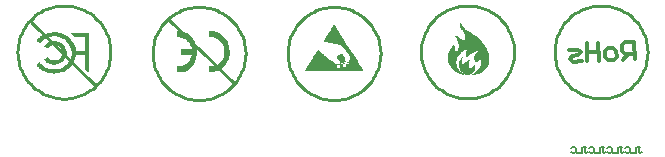
<source format=gbo>
%FSTAX23Y23*%
%MOIN*%
%SFA1B1*%

%IPPOS*%
%ADD10C,0.010000*%
%ADD58C,0.013000*%
%ADD59C,0.005000*%
%LNpcb3-g-1*%
%LPD*%
G36*
X04983Y02949D02*
X04985Y02949D01*
X04987Y02948*
X04988Y02948*
X04993Y02947*
X04998Y02945*
X05002Y02943*
X05006Y02941*
X0501Y02938*
X05013Y02935*
X05016Y02931*
X05018Y02927*
X0502Y02923*
X05021Y02918*
X05022Y02917*
X05022Y02915*
X05022Y02913*
X05022Y02911*
X05022Y02909*
X05022Y02907*
X05022Y02905*
X05022Y02903*
X05022Y02902*
X05021Y029*
X0502Y02897*
X05019Y02894*
X05017Y02891*
X05015Y02888*
X05013Y02885*
X05011Y02882*
X05008Y0288*
X05005Y02878*
X05002Y02876*
X04999Y02874*
X04995Y02872*
X0499Y02871*
X04985Y0287*
X04981Y0287*
X04976Y0287*
X04971Y02871*
X04967Y02872*
X04962Y02874*
X04958Y02876*
X04954Y02879*
X04953Y0288*
X04952Y02881*
X04951Y02881*
X0495Y02882*
X04949Y02883*
X04949Y02884*
X04948Y02885*
X04947Y02886*
X04947Y02886*
X04947Y02887*
X04947Y02887*
X04947Y02887*
X04947Y02887*
X04948Y02888*
X04948Y02888*
X04949Y02889*
X0495Y02889*
X04951Y0289*
X04952Y0289*
X04953Y02891*
X04958Y02895*
X04962Y02892*
X04966Y02888*
X04971Y02886*
X04977Y02884*
X04982Y02884*
X04987Y02885*
X04992Y02887*
X04997Y02889*
X05001Y02893*
X05004Y02897*
X05007Y02902*
X05007Y02904*
X05007Y02906*
X05007Y02908*
X05008Y0291*
X05007Y02911*
X05007Y02913*
X05007Y02915*
X05006Y02917*
X05006Y02919*
X05005Y0292*
X05002Y02925*
X04999Y02928*
X04994Y02931*
X0499Y02933*
X04985Y02934*
X0498Y02935*
X04975Y02934*
X0497Y02933*
X04965Y0293*
X04961Y02927*
X04959Y02924*
X04957Y02926*
X04957Y02926*
X04956Y02926*
X04956Y02926*
X04955Y02927*
X04955Y02927*
X04954Y02928*
X04953Y02928*
X04953Y02929*
X04952Y02929*
X04951Y0293*
X04947Y02933*
X04951Y02937*
X04953Y02939*
X04955Y0294*
X04957Y02941*
X04958Y02943*
X0496Y02944*
X04962Y02945*
X04964Y02946*
X04966Y02946*
X04968Y02947*
X0497Y02948*
X04972Y02948*
X04974Y02948*
X04975Y02948*
X04977Y02949*
X04979Y02949*
X04981Y02949*
X04983Y02949*
G37*
G36*
X05396Y02982D02*
X05398Y02982D01*
X054Y02981*
X05402Y02981*
X05403Y02981*
X05405Y02981*
X05425Y02974*
X05441Y02962*
X05451Y02946*
X05457Y02927*
X05458Y02907*
X05454Y02888*
X05446Y02871*
X05433Y02857*
X05416Y02847*
X05395Y02844*
X05393Y02844*
X05392Y02844*
X05391Y02844*
X0539Y02844*
X0539Y02845*
X05389Y02846*
X05389Y02847*
X05389Y02849*
X05389Y02852*
X05389Y02855*
Y02865*
X05396Y02865*
X05402Y02865*
X05408Y02867*
X05413Y02869*
X05419Y02872*
X05423Y02876*
X05428Y0288*
X05432Y02884*
X05435Y0289*
X05437Y02895*
X05439Y02901*
X05439Y02903*
X05402*
Y02913*
Y02923*
X05439*
X05439Y02925*
X05437Y02931*
X05435Y02936*
X05432Y02941*
X05428Y02946*
X05423Y0295*
X05419Y02954*
X05413Y02957*
X05408Y02959*
X05402Y0296*
X05396Y02961*
X05389Y02961*
Y02971*
Y02973*
X05389Y02975*
X05389Y02977*
X05389Y02978*
X05389Y02979*
X05389Y0298*
X05389Y02981*
X0539Y02981*
X0539Y02981*
X0539Y02981*
X05391Y02982*
X05392Y02982*
X05393Y02982*
X05395*
X05396Y02982*
G37*
G36*
X04985Y02978D02*
X04988Y02978D01*
X04991Y02978*
X04994Y02978*
X04998Y02977*
X05002Y02975*
X05006Y02974*
X05011Y02972*
X05015Y02971*
X05018Y02969*
X05022Y02966*
X05026Y02964*
X05029Y02961*
X05032Y02958*
X05036Y02955*
X05038Y02952*
X05041Y02948*
X05043Y02945*
X05046Y02942*
X05047Y02938*
X05049Y02934*
X0505Y02931*
X05052Y02927*
X05053Y02923*
X05053Y02922*
X05053Y02921*
X05053Y02921*
X05053Y0292*
X05053Y02919*
X05053Y02919*
X05054Y02918*
X05054Y02918*
X05054Y02918*
X05054Y02917*
X05054Y02917*
X05054Y02917*
X05055Y02917*
X05056Y02917*
X05057Y02917*
X05059Y02917*
X0506Y02917*
X05063Y02917*
X05065Y02917*
X05069Y02917*
X05083*
Y0294*
Y02963*
X05047*
X05042Y0297*
X05036Y02977*
X05098*
Y0291*
Y02899*
X05098Y02889*
X05098Y02879*
X05098Y0287*
X05098Y02863*
X05098Y02856*
X05098Y02851*
X05098Y02847*
X05098Y02844*
X05098Y02843*
X05097Y02844*
X05097Y02844*
X05097Y02844*
X05096Y02844*
X05095Y02845*
X05094Y02845*
X05093Y02846*
X05092Y02847*
X05091Y02847*
X0509Y02848*
X05083Y02852*
X05083Y02877*
X05083Y02902*
X05069Y02902*
X05054Y02902*
X05053Y02898*
X05051Y02889*
X05048Y02882*
X05044Y02874*
X05039Y02868*
X05033Y02861*
X05027Y02856*
X0502Y02851*
X05012Y02847*
X05003Y02844*
X04994Y02841*
X04992Y02841*
X0499Y02841*
X04987Y02841*
X04984Y02841*
X04981Y0284*
X04978*
X04976Y02841*
X04973Y02841*
X0497Y02841*
X04968Y02841*
X04964Y02842*
X0496Y02843*
X04956Y02844*
X04952Y02846*
X04948Y02848*
X04944Y0285*
X0494Y02852*
X04937Y02854*
X04933Y02857*
X0493Y02859*
X04929Y02861*
X04927Y02862*
X04926Y02863*
X04925Y02865*
X04924Y02866*
X04923Y02867*
X04922Y02868*
X04921Y02869*
X04921Y0287*
X04921Y0287*
X04921Y0287*
X04921Y0287*
X04922Y02871*
X04922Y02871*
X04923Y02871*
X04924Y02872*
X04925Y02872*
X04925Y02873*
X04926Y02874*
X04927Y02874*
X04933Y02878*
X04934Y02876*
X04938Y02872*
X04942Y02868*
X04946Y02865*
X0495Y02862*
X04955Y0286*
X0496Y02858*
X04965Y02856*
X0497Y02855*
X04975Y02855*
X04981Y02854*
X04984Y02855*
X04988Y02855*
X04991Y02855*
X04994Y02856*
X04997Y02856*
X05Y02857*
X05003Y02858*
X05006Y0286*
X05009Y02861*
X05011Y02863*
X0502Y02869*
X05027Y02876*
X05033Y02884*
X05037Y02893*
X05039Y02902*
X05039Y02912*
X05038Y02921*
X05035Y0293*
X0503Y02939*
X05023Y02947*
X05019Y0295*
X05016Y02954*
X05011Y02956*
X05007Y02958*
X05003Y0296*
X04998Y02962*
X04994Y02963*
X04989Y02964*
X04984Y02964*
X04979*
X04973Y02964*
X04969Y02963*
X04964Y02962*
X04959Y02961*
X04955Y02959*
X04951Y02957*
X04946Y02954*
X04943Y02951*
X04939Y02948*
X04936Y02944*
X04933Y02942*
X04928Y02946*
X04927Y02946*
X04926Y02947*
X04925Y02947*
X04924Y02948*
X04924Y02949*
X04923Y02949*
X04923Y02949*
X04922Y0295*
X04922Y0295*
X04922Y0295*
X04922Y0295*
X04922Y02951*
X04923Y02951*
X04923Y02952*
X04924Y02953*
X04925Y02954*
X04926Y02955*
X04927Y02956*
X04928Y02958*
X04929Y02959*
X04932Y02961*
X04935Y02964*
X04938Y02966*
X04942Y02968*
X04945Y0297*
X04948Y02971*
X04952Y02973*
X04956Y02974*
X0496Y02975*
X04963Y02977*
X04966Y02977*
X04969Y02977*
X04972Y02978*
X04975Y02978*
X04978Y02978*
X04982Y02978*
X04985Y02978*
G37*
G36*
X05565Y02928D02*
X05566Y02909D01*
X05563Y0289*
X05555Y02872*
X05543Y02858*
X05526Y02848*
X05505Y02844*
X05498Y02844*
X05498Y02855*
X05497Y02865*
X05502Y02865*
X05509Y02865*
X05516Y02867*
X05523Y02869*
X05529Y02873*
X05534Y02878*
X05539Y02884*
X05543Y0289*
X05546Y02897*
X05548Y02905*
X05548Y02913*
X05548Y02921*
X05546Y02928*
X05543Y02936*
X05539Y02942*
X05534Y02948*
X05529Y02953*
X05522Y02956*
X05516Y02959*
X05509Y02961*
X05501Y02961*
X05497Y02961*
X05498Y02971*
X05498Y02981*
X05503Y02982*
X05504Y02982*
X05505Y02982*
X05506Y02982*
X05507Y02982*
X05508Y02981*
X05509Y02981*
X0551Y02981*
X05511Y02981*
X05511Y02981*
X05512Y02981*
X05532Y02975*
X05548Y02963*
X05559Y02947*
X05565Y02928*
G37*
G36*
X06012Y0285D02*
X06012Y02849D01*
X06011Y02848*
X06008Y02848*
X06003Y02848*
X05996Y02848*
X05987Y02848*
X05976Y02848*
X05963Y02848*
X05949Y02848*
X05932Y02848*
X05914Y02848*
X05898Y02848*
X05883Y02848*
X05869Y02848*
X05856Y02848*
X05844Y02848*
X05835Y02848*
X05827Y02848*
X05821Y02848*
X05817Y02848*
X05816Y02848*
X05817Y0285*
X0582Y02855*
X05824Y02862*
X0583Y02871*
X05836Y02881*
X05842Y02891*
X05848Y02901*
X05853Y02909*
X05857Y02915*
X0586Y02919*
X05861Y02922*
X05876Y02907*
X05879Y02905*
X05881Y02903*
X05884Y029*
X05886Y02898*
X05889Y02896*
X05891Y02894*
X05893Y02892*
X05895Y02891*
X05897Y0289*
X05898Y02889*
X059Y02887*
X05902Y02886*
X05904Y02884*
X05906Y02883*
X05907Y02882*
X05909Y02881*
X0591Y02879*
X05912Y02878*
X05914Y02876*
X05916Y02874*
X0592Y02869*
X05923Y02871*
X05924Y02872*
X05925Y02873*
X05926Y02873*
X05928Y02873*
X05929Y02873*
X0593Y02873*
X05931Y02872*
X05933Y02871*
X05934Y02869*
X05935Y02868*
X05937Y02864*
X05937Y02869*
X05937Y02871*
X05937Y02873*
X05937Y02875*
X05936Y02877*
X05935Y02878*
X05934Y0288*
X05933Y02882*
X05931Y02884*
X05929Y02886*
X05927Y02888*
X05925Y02891*
X05923Y02892*
X05922Y02894*
X05921Y02895*
X05921Y02896*
X05922Y02897*
X05923Y02898*
X05924Y029*
X05927Y02901*
X05929Y02903*
X05932Y02904*
X05935Y02906*
X05937Y02906*
X05938Y02907*
X05939Y02907*
X05941Y02907*
X05942Y02906*
X05943Y02905*
X05944Y02904*
X05945Y02902*
X05947Y029*
X05948Y02898*
X05949Y02895*
X0595Y02892*
X0595Y02889*
X0595Y02886*
X0595Y02883*
X05949Y0288*
X05948Y02878*
X05947Y02876*
X05946Y02875*
X05946Y02873*
X05945Y02872*
X05945Y0287*
X05945Y02869*
X05945Y02867*
X05945Y02866*
X05945Y02864*
X05946Y02862*
X05947Y02861*
X05947Y0286*
X05948Y02859*
X05948Y02858*
X05949Y02858*
X05949Y02858*
X0595Y02859*
X0595Y02859*
X0595Y0286*
X05951Y02862*
X05952Y02864*
X05952Y02865*
X05953Y02867*
X05953Y02868*
X05954Y02869*
X05955Y0287*
X05955Y02871*
X05956Y02871*
X05957Y02871*
X05958Y02871*
X05958Y02871*
X05959Y02871*
X0596Y02871*
X0596Y02871*
X05961Y02872*
X05962Y02874*
X05962Y02875*
X05963Y02877*
X05964Y02879*
X05964Y02882*
X05965Y02884*
X05966Y02888*
X05967Y02891*
X05967Y02893*
X05967Y02895*
X05967Y02897*
X05966Y02899*
X05965Y02901*
X05963Y02904*
X05961Y02907*
X05959Y0291*
X05954Y02917*
X05951Y02923*
X05947Y02927*
X05944Y0293*
X05941Y02933*
X05938Y02935*
X05935Y02936*
X0593Y02937*
X05925Y02938*
X05919Y02939*
X05913Y0294*
X05907Y02941*
X05901Y02942*
X05896Y02943*
X05891Y02944*
X05887Y02946*
X05884Y02947*
X05881Y02948*
X0588Y0295*
X0588Y02951*
X05881Y02953*
X05884Y02957*
X05887Y02963*
X05892Y02971*
X05897Y02979*
X05902Y02987*
X05907Y02994*
X0591Y03*
X05913Y03004*
X05914Y03005*
X05915Y03004*
X05917Y03001*
X0592Y02996*
X05924Y0299*
X05929Y02982*
X05935Y02973*
X05941Y02963*
X05948Y02952*
X05955Y0294*
X05963Y02927*
X05971Y02915*
X05979Y02903*
X05986Y02892*
X05992Y02881*
X05998Y02872*
X06003Y02864*
X06007Y02858*
X0601Y02853*
X05946Y02883*
X05946Y02886*
X05946Y02889*
X05945Y02892*
X05945Y02895*
X05944Y02898*
X05943Y02899*
X05942Y02901*
X05941Y02902*
X0594Y02902*
X05939Y02903*
X05939Y02903*
X05938Y02903*
X05939Y02902*
X05939Y02901*
X05939Y029*
X0594Y02898*
X05941Y02897*
X05941Y02896*
X05942Y02895*
X05942Y02894*
X05942Y02894*
X05942Y02893*
X05942Y02892*
X05942Y02891*
X05941Y02889*
X05941Y02888*
X0594Y02886*
X0594Y02884*
X05939Y02882*
X0594Y02881*
X0594Y02879*
X0594Y02878*
X05941Y02877*
X05942Y02876*
X05942Y02876*
X05944Y02876*
X05945Y02876*
X05945Y02878*
X05946Y0288*
X05935Y0286*
X05935Y02861*
X05935Y02862*
X05935Y02863*
X05934Y02864*
X05934Y02865*
X05933Y02867*
X05932Y02868*
X05931Y02869*
X0593Y0287*
X05929Y0287*
X05928Y02871*
X05928Y02871*
X05927Y02871*
X05927Y02871*
X05926Y02871*
X05925Y0287*
X05925Y0287*
X05924Y02868*
X05923Y02867*
X05924Y02865*
X05924Y02863*
X05925Y02862*
X05927Y0286*
X05928Y02859*
X0593Y02858*
X05932Y02858*
X05933Y02858*
X05934Y02859*
X05934Y02859*
X05938Y02889*
X05939Y0289*
X05939Y02892*
X05938Y02894*
X05938Y02895*
X05937Y02897*
X05937Y02898*
X05936Y02899*
X05936Y029*
X05935Y029*
X05934Y029*
X05934Y02901*
X05933Y02901*
X05933Y02901*
X05933Y02901*
X05933Y029*
X05933Y029*
X05933Y029*
X05933Y029*
X05933Y02899*
X05933Y02899*
X05933Y02899*
X05933Y02899*
X05934Y02898*
X05934Y02898*
X05934Y02898*
X05934Y02897*
X05935Y02897*
X05935Y02897*
X05935Y02896*
X05935Y02896*
X05936Y02895*
X05936Y02895*
X05936Y02894*
X05935Y02893*
X05935Y02893*
X05935Y02892*
X05935Y02891*
X05935Y0289*
X05934Y02889*
X05934Y02888*
X05935Y02887*
X05935Y02886*
X05935Y02886*
X05935Y02885*
X05936Y02885*
X05936Y02885*
X05937Y02885*
X05938Y02886*
X05938Y02887*
X05959Y02867*
X0596Y02868*
X05959Y02868*
X05959Y02869*
X05959Y02869*
X05958*
X05957Y02869*
X05957Y02868*
X05956Y02868*
X05955Y02867*
X05955Y02866*
X05954Y02865*
X05953Y02864*
X05953Y02863*
X05953Y02862*
X05952Y02861*
X05952Y0286*
X05952Y0286*
X05952Y02859*
X05953Y02859*
X05953Y02859*
X05953Y02859*
X05954Y02859*
X05955Y0286*
X05955Y0286*
X05956Y02861*
X05957Y02862*
X05958Y02864*
X05959Y02865*
X05959Y02866*
X05932Y02892*
X05932Y02893*
X05932Y02894*
X05932Y02895*
X05932Y02896*
X05932Y02896*
X05931Y02897*
X05931Y02898*
X05931Y02898*
X0593Y02899*
X0593Y02898*
X0593Y02898*
X0593Y02898*
X0593Y02898*
X0593Y02897*
X05929Y02897*
X05929Y02896*
X05929Y02895*
X05929Y02895*
X05929Y02894*
Y02893*
X05929Y02892*
X05929Y02891*
X0593Y0289*
X0593Y0289*
X0593Y02889*
X05931Y02889*
X05931Y0289*
X05932Y0289*
X05932Y02891*
X05932Y02892*
X06012Y0285*
G37*
G36*
X06338Y03013D02*
X06338Y03012D01*
X06338Y03012*
X06338Y03011*
X06338Y03011*
X06338Y0301*
X06339Y03007*
X0634Y03004*
X06341Y03001*
X06344Y02997*
X06347Y02994*
X06351Y0299*
X06355Y02987*
X0636Y02983*
X06366Y02978*
X06373Y02974*
X0638Y0297*
X06386Y02965*
X06392Y02961*
X06398Y02956*
X06403Y02952*
X06407Y02947*
X06411Y02943*
X06415Y02938*
X06418Y02933*
X06421Y02928*
X06423Y02924*
X06425Y0292*
X06427Y02916*
X06428Y02913*
X06429Y02909*
X0643Y02905*
X06431Y02901*
X06431Y02897*
X06431Y02892*
X06431Y02888*
X06431Y02883*
X0643Y02878*
X06429Y02873*
X06428Y02869*
X06426Y02865*
X06424Y02861*
X06421Y02858*
X06418Y02854*
X06415Y02851*
X06411Y02848*
X06409Y02846*
X06406Y02844*
X06402Y02843*
X06399Y02841*
X06396Y0284*
X06392Y02839*
X06388Y02838*
X06385Y02837*
X06381Y02836*
X06377Y02836*
X06371Y02836*
X06374Y02837*
X06375Y02838*
X06377Y0284*
X06379Y02841*
X06381Y02843*
X06383Y02845*
X06386Y02847*
X06388Y02848*
X06389Y0285*
X06391Y02851*
X06392Y02853*
X06394Y02856*
X06397Y02859*
X06399Y02862*
X06401Y02866*
X06402Y02869*
X06403Y02873*
X06404Y02877*
X06404Y0288*
X06404Y02884*
X06404Y02888*
X06404Y02889*
X06404Y02889*
X06404Y0289*
X06404Y02891*
X06404Y02891*
X06404Y02891*
X06404Y02892*
X06403Y02892*
X06403Y02891*
X06403Y02891*
X06402Y0289*
X06401Y02888*
X064Y02887*
X06398Y02885*
X06397Y02884*
X06395Y02883*
X06393Y02881*
X06391Y0288*
X06389Y0288*
X06388Y02879*
X06387Y02879*
X06387Y02879*
X06386Y02879*
X06386Y02879*
X06386Y02879*
X06385Y0288*
X06385Y0288*
X06385Y02881*
X06384Y02881*
X06383Y02882*
X06383Y02883*
X06382Y02884*
X06381Y02886*
X06381Y02887*
X0638Y02888*
X0638Y0289*
X0638Y02891*
X0638Y02893*
X0638Y02894*
X0638Y02896*
X06381Y02897*
X06381Y02899*
X06382Y029*
X06383Y02902*
X06384Y02904*
X06385Y02905*
X06386Y02907*
X06387Y02908*
X06388Y0291*
X0639Y02911*
X0639Y02912*
X06391Y02912*
X06391Y02913*
X06391Y02913*
X06392Y02914*
X06392Y02914*
X06392Y02915*
X06392Y02915*
X06392Y02915*
X06392Y02915*
X06392Y02915*
X06391Y02915*
X0639Y02915*
X06388Y02914*
X06386Y02914*
X06384Y02913*
X06382Y02912*
X0638Y02912*
X06379Y02911*
X06377Y0291*
X06375Y02909*
X06374Y02908*
X06372Y02907*
X0637Y02905*
X06368Y02904*
X06366Y02902*
X06364Y02901*
X06362Y02899*
X0636Y02898*
X06359Y02897*
X06359Y02896*
X06358Y02895*
X06358Y02895*
X06357Y02895*
X06357Y02895*
X06357Y02896*
X06356Y02896*
X06356Y02897*
X06355Y02898*
X06354Y029*
X06354Y02902*
X06353Y02905*
X06353Y02908*
X06353Y02911*
X06354Y02914*
X06355Y02917*
X06356Y0292*
X06358Y02923*
X0636Y02925*
X06362Y02928*
X06364Y0293*
X06361Y02928*
X06359Y02926*
X06356Y02925*
X06353Y02922*
X0635Y0292*
X06347Y02918*
X06344Y02916*
X06341Y02913*
X06338Y02911*
X06336Y02909*
X06334Y02906*
X06333Y02905*
X06331Y02903*
X0633Y02901*
X06329Y029*
X06328Y02898*
X06327Y02896*
X06325Y02894*
X06325Y02892*
X06324Y0289*
X06323Y02889*
X06323Y02887*
X06322Y02885*
X06322Y02883*
X06321Y02881*
X06321Y02878*
X06321Y02876*
X06321Y02874*
X06322Y02872*
X06322Y0287*
X06322Y02868*
X06323Y02865*
X06324Y02863*
X06326Y0286*
X06327Y02858*
X06329Y02855*
X06331Y02852*
X06334Y0285*
X06336Y02847*
X06339Y02844*
X06342Y02842*
X06343Y02841*
X06344Y0284*
X06345Y02839*
X06346Y02839*
X06346Y02838*
X06347Y02837*
X06348Y02837*
X06348Y02836*
X06348Y02836*
X06348Y02836*
X06348Y02836*
X06348Y02836*
X06347Y02836*
X06346Y02836*
X06344Y02836*
X06343Y02837*
X06342Y02837*
X0634Y02837*
X06339Y02838*
X06337Y02838*
X06336Y02838*
X06334Y02839*
X06332Y0284*
X0633Y0284*
X06329Y02841*
X06327Y02842*
X06326Y02843*
X06324Y02843*
X06322Y02844*
X0632Y02846*
X06317Y02848*
X06314Y0285*
X06312Y02852*
X06309Y02855*
X06307Y02858*
X06304Y02861*
X06302Y02864*
X063Y02868*
X06298Y02872*
X06297Y02876*
X06296Y02877*
X06295Y02879*
X06295Y0288*
X06295Y02882*
X06294Y02883*
X06294Y02884*
X06294Y02886*
X06294Y02887*
X06294Y0289*
X06294Y02892*
X06294Y02894*
X06294Y02896*
X06294Y02898*
X06294Y029*
X06294Y02901*
X06294Y02902*
X06294Y02904*
X06294Y02905*
X06295Y02906*
X06295Y02908*
X06296Y0291*
X06297Y02913*
X06298Y02916*
X063Y02918*
X06301Y02921*
X06303Y02924*
X06304Y02926*
X06306Y02929*
X06308Y02931*
X0631Y02933*
X0631Y02933*
X06311Y02934*
X06312Y02935*
X06312Y02935*
X06313Y02936*
X06313Y02936*
X06314Y02937*
X06314Y02937*
X06314Y02937*
X06314Y02937*
X06315Y02937*
X06315Y02937*
X06315Y02937*
X06315Y02936*
X06315Y02936*
X06315Y02935*
X06315Y02934*
X06316Y02932*
X06316Y02931*
X06316Y02929*
X06316Y02927*
X06316Y02925*
X06316Y02923*
X06317Y02921*
X06317Y02919*
X06318Y02917*
X06318Y02916*
X06319Y02915*
X0632Y02914*
X0632Y02913*
X06322Y02911*
X06324Y02915*
X06326Y02919*
X06327Y02922*
X06328Y02925*
X06329Y02929*
X06329Y02932*
X06329Y02936*
X06329Y02939*
X06328Y02943*
X06327Y02947*
X06326Y0295*
X06325Y02951*
X06325Y02953*
X06324Y02955*
X06323Y02957*
X06322Y02958*
X06321Y0296*
X0632Y02962*
X06319Y02963*
X06318Y02965*
X06317Y02966*
X06317Y02966*
X06316Y02967*
X06316Y02967*
X06316Y02967*
X06316Y02967*
X06316Y02967*
X06316Y02967*
X06316Y02968*
X06316Y02968*
X06317Y02968*
X06317Y02967*
X06317Y02967*
X06318Y02967*
X06319Y02967*
X0632Y02967*
X06321Y02966*
X06321Y02966*
X06323Y02966*
X06324Y02965*
X06325Y02965*
X06327Y02964*
X06329Y02962*
X06331Y02961*
X06333Y0296*
X06335Y02959*
X06337Y02957*
X06339Y02956*
X0634Y02954*
X06342Y02953*
X06343Y02951*
X06346Y02948*
X06347Y02949*
X06347Y02951*
X06348Y02952*
X06348Y02953*
X06349Y02955*
X06349Y02956*
X06349Y02958*
X0635Y0296*
X0635Y02961*
X0635Y02963*
X0635Y02964*
X0635Y02966*
X0635Y02968*
X06349Y0297*
X06349Y02972*
X06348Y02974*
X06347Y02976*
X06346Y02978*
X06345Y0298*
X06344Y02982*
X06342Y02984*
X0634Y02987*
X06338Y0299*
X06336Y02992*
X06335Y02995*
X06334Y02998*
X06334Y03*
X06334Y03003*
X06334Y03006*
X06335Y03008*
X06336Y03011*
X06337Y03012*
X06337Y03012*
X06337Y03013*
X06337Y03013*
X06338Y03013*
G37*
G36*
X06344Y02899D02*
X06343Y02899D01*
X06343Y02897*
X06342Y02895*
X06342Y02893*
X06341Y02892*
X06341Y02891*
X06341Y0289*
X0634Y02888*
X0634Y02887*
X0634Y02885*
X0634Y02883*
X0634Y02882*
X0634Y0288*
X0634Y02879*
X06341Y02878*
X06341Y02877*
X06341Y02876*
X06341Y02875*
X06341Y02874*
X06341Y02873*
X06342Y02872*
X06343Y02869*
X06345Y02871*
X06346Y02873*
X06348Y02875*
X06349Y02877*
X06351Y02878*
X06353Y0288*
X06356Y02881*
X06358Y02883*
X0636Y02884*
X06362Y02884*
X06365Y02885*
X06365Y02885*
X06366Y02885*
X06366Y02885*
X06366Y02885*
X06366Y02885*
X06366Y02884*
X06366Y02884*
X06366Y02883*
X06365Y02882*
X06365Y0288*
X06364Y0288*
X06364Y02879*
X06363Y02878*
X06363Y02877*
X06363Y02876*
X06363Y02875*
X06363Y02874*
X06362Y02873*
X06362Y02871*
X06362Y0287*
X06362Y02867*
X06363Y02865*
X06363Y02863*
X06363Y02862*
X06363Y02861*
X06363Y0286*
X06364Y0286*
X06365Y02859*
X06365Y02859*
X06366Y02859*
X06368Y02859*
X06369Y0286*
X06371Y0286*
X06372Y0286*
X06374Y02861*
X06375Y02862*
X06376Y02863*
X06378Y02864*
X06379Y02866*
X0638Y02867*
X0638Y02867*
X06381Y02868*
X06381Y02868*
X06381Y02868*
X06382Y02869*
X06382Y02869*
X06382Y02869*
X06382Y02869*
X06383*
X06383Y02869*
X06383Y02868*
X06383Y02868*
X06384Y02866*
X06384Y02865*
X06384Y02864*
X06384Y02862*
X06384Y0286*
X06384Y02859*
X06383Y02857*
X06383Y02856*
X06382Y02853*
X0638Y0285*
X06378Y02847*
X06376Y02845*
X06373Y02842*
X06371Y0284*
X06368Y02839*
X06364Y02837*
X06361Y02836*
X06358Y02836*
X06357Y02836*
X06356Y02836*
X06355*
X06354Y02836*
X06354Y02836*
X06353Y02836*
X06352Y02837*
X06351Y02837*
X0635Y02838*
X06349Y02839*
X06346Y0284*
X06344Y02842*
X06342Y02844*
X0634Y02846*
X06338Y02848*
X06337Y02849*
X06335Y02851*
X06334Y02853*
X06333Y02855*
X06332Y02858*
X06331Y02859*
X06331Y02859*
X06331Y0286*
X0633Y02861*
X0633Y02862*
X0633Y02863*
X0633Y02864*
X0633Y02866*
X0633Y02867*
X0633Y02869*
X0633Y02871*
X0633Y02873*
X0633Y02875*
X0633Y02877*
X06331Y02879*
X06331Y02881*
X06332Y02883*
X06333Y02885*
X06334Y02887*
X06336Y02889*
X06337Y02891*
X06338Y02893*
X06339Y02894*
X0634Y02896*
X06341Y02897*
X06342Y02898*
X06343Y02899*
X06343Y02899*
X06344Y02899*
G37*
G54D10*
X05619Y02908D02*
D01*
X05618Y02918*
X05617Y02929*
X05615Y0294*
X05612Y0295*
X05609Y02961*
X05605Y02971*
X056Y0298*
X05595Y0299*
X05589Y02999*
X05582Y03007*
X05575Y03015*
X05567Y03023*
X05559Y0303*
X0555Y03036*
X05541Y03042*
X05531Y03047*
X05522Y03051*
X05511Y03055*
X05501Y03058*
X0549Y0306*
X0548Y03062*
X05469Y03062*
X05458*
X05447Y03062*
X05437Y0306*
X05426Y03058*
X05416Y03055*
X05405Y03051*
X05396Y03047*
X05386Y03042*
X05377Y03036*
X05368Y0303*
X0536Y03023*
X05352Y03015*
X05345Y03007*
X05338Y02999*
X05332Y0299*
X05327Y0298*
X05322Y02971*
X05318Y02961*
X05315Y0295*
X05312Y0294*
X0531Y02929*
X05309Y02918*
X05309Y02908*
X05309Y02897*
X0531Y02886*
X05312Y02875*
X05315Y02865*
X05318Y02854*
X05322Y02844*
X05327Y02835*
X05332Y02825*
X05338Y02816*
X05345Y02808*
X05352Y028*
X0536Y02792*
X05368Y02785*
X05377Y02779*
X05386Y02773*
X05396Y02768*
X05405Y02764*
X05416Y0276*
X05426Y02757*
X05437Y02755*
X05447Y02753*
X05458Y02753*
X05469*
X0548Y02753*
X0549Y02755*
X05501Y02757*
X05511Y0276*
X05522Y02764*
X05531Y02768*
X05541Y02773*
X0555Y02779*
X05559Y02785*
X05567Y02792*
X05575Y028*
X05582Y02808*
X05589Y02816*
X05595Y02825*
X056Y02835*
X05605Y02844*
X05609Y02854*
X05612Y02865*
X05615Y02875*
X05617Y02886*
X05618Y02897*
X05619Y02908*
X05168Y02912D02*
D01*
X05168Y02923*
X05167Y02934*
X05165Y02944*
X05162Y02955*
X05159Y02965*
X05155Y02975*
X0515Y02985*
X05145Y02994*
X05139Y03003*
X05132Y03012*
X05125Y0302*
X05117Y03027*
X05109Y03034*
X051Y03041*
X05091Y03046*
X05081Y03051*
X05071Y03056*
X05061Y0306*
X05051Y03063*
X0504Y03065*
X0503Y03066*
X05019Y03067*
X05008*
X04997Y03066*
X04987Y03065*
X04976Y03063*
X04966Y0306*
X04955Y03056*
X04945Y03051*
X04936Y03046*
X04927Y03041*
X04918Y03034*
X0491Y03027*
X04902Y0302*
X04895Y03012*
X04888Y03003*
X04882Y02994*
X04877Y02985*
X04872Y02975*
X04868Y02965*
X04864Y02955*
X04862Y02944*
X0486Y02934*
X04859Y02923*
X04858Y02912*
X04859Y02901*
X0486Y02891*
X04862Y0288*
X04864Y02869*
X04868Y02859*
X04872Y02849*
X04877Y02839*
X04882Y0283*
X04888Y02821*
X04895Y02813*
X04902Y02805*
X0491Y02797*
X04918Y0279*
X04927Y02784*
X04936Y02778*
X04945Y02773*
X04955Y02768*
X04966Y02765*
X04976Y02762*
X04987Y0276*
X04997Y02758*
X05008Y02757*
X05019*
X0503Y02758*
X0504Y0276*
X05051Y02762*
X05061Y02765*
X05071Y02768*
X05081Y02773*
X05091Y02778*
X051Y02784*
X05109Y0279*
X05117Y02797*
X05125Y02805*
X05132Y02813*
X05139Y02821*
X05145Y0283*
X0515Y02839*
X05155Y02849*
X05159Y02859*
X05162Y02869*
X05165Y0288*
X05167Y02891*
X05168Y02901*
X05168Y02912*
X06069Y02908D02*
D01*
X06068Y02918*
X06067Y02929*
X06065Y0294*
X06062Y0295*
X06059Y02961*
X06055Y02971*
X0605Y0298*
X06045Y0299*
X06039Y02999*
X06032Y03007*
X06025Y03015*
X06017Y03023*
X06009Y0303*
X06Y03036*
X05991Y03042*
X05981Y03047*
X05972Y03051*
X05961Y03055*
X05951Y03058*
X0594Y0306*
X0593Y03062*
X05919Y03062*
X05908*
X05897Y03062*
X05887Y0306*
X05876Y03058*
X05866Y03055*
X05855Y03051*
X05846Y03047*
X05836Y03042*
X05827Y03036*
X05818Y0303*
X0581Y03023*
X05802Y03015*
X05795Y03007*
X05788Y02999*
X05782Y0299*
X05777Y0298*
X05772Y02971*
X05768Y02961*
X05765Y0295*
X05762Y0294*
X0576Y02929*
X05759Y02918*
X05759Y02908*
X05759Y02897*
X0576Y02886*
X05762Y02875*
X05765Y02865*
X05768Y02854*
X05772Y02844*
X05777Y02835*
X05782Y02825*
X05788Y02816*
X05795Y02808*
X05802Y028*
X0581Y02792*
X05818Y02785*
X05827Y02779*
X05836Y02773*
X05846Y02768*
X05855Y02764*
X05866Y0276*
X05876Y02757*
X05887Y02755*
X05897Y02753*
X05908Y02753*
X05919*
X0593Y02753*
X0594Y02755*
X05951Y02757*
X05961Y0276*
X05972Y02764*
X05981Y02768*
X05991Y02773*
X06Y02779*
X06009Y02785*
X06017Y02792*
X06025Y028*
X06032Y02808*
X06039Y02816*
X06045Y02825*
X0605Y02835*
X06055Y02844*
X06059Y02854*
X06062Y02865*
X06065Y02875*
X06067Y02886*
X06068Y02897*
X06069Y02908*
X06514Y02913D02*
D01*
X06513Y02923*
X06512Y02934*
X0651Y02945*
X06507Y02955*
X06504Y02966*
X065Y02976*
X06495Y02985*
X0649Y02995*
X06484Y03004*
X06477Y03012*
X0647Y0302*
X06462Y03028*
X06454Y03035*
X06445Y03041*
X06436Y03047*
X06426Y03052*
X06417Y03056*
X06406Y0306*
X06396Y03063*
X06385Y03065*
X06375Y03067*
X06364Y03067*
X06353*
X06342Y03067*
X06332Y03065*
X06321Y03063*
X06311Y0306*
X063Y03056*
X06291Y03052*
X06281Y03047*
X06272Y03041*
X06263Y03035*
X06255Y03028*
X06247Y0302*
X0624Y03012*
X06233Y03004*
X06227Y02995*
X06222Y02985*
X06217Y02976*
X06213Y02966*
X0621Y02955*
X06207Y02945*
X06205Y02934*
X06204Y02923*
X06204Y02913*
X06204Y02902*
X06205Y02891*
X06207Y0288*
X0621Y0287*
X06213Y02859*
X06217Y02849*
X06222Y0284*
X06227Y0283*
X06233Y02821*
X0624Y02813*
X06247Y02805*
X06255Y02797*
X06263Y0279*
X06272Y02784*
X06281Y02778*
X06291Y02773*
X063Y02769*
X06311Y02765*
X06321Y02762*
X06332Y0276*
X06342Y02758*
X06353Y02758*
X06364*
X06375Y02758*
X06385Y0276*
X06396Y02762*
X06406Y02765*
X06417Y02769*
X06426Y02773*
X06436Y02778*
X06445Y02784*
X06454Y0279*
X06462Y02797*
X0647Y02805*
X06477Y02813*
X06484Y02821*
X0649Y0283*
X06495Y0284*
X065Y02849*
X06504Y02859*
X06507Y0287*
X0651Y0288*
X06512Y02891*
X06513Y02902*
X06514Y02913*
X06959D02*
D01*
X06958Y02923*
X06957Y02934*
X06955Y02945*
X06952Y02955*
X06949Y02966*
X06945Y02976*
X0694Y02985*
X06935Y02995*
X06929Y03004*
X06922Y03012*
X06915Y0302*
X06907Y03028*
X06899Y03035*
X0689Y03041*
X06881Y03047*
X06871Y03052*
X06862Y03056*
X06851Y0306*
X06841Y03063*
X0683Y03065*
X0682Y03067*
X06809Y03067*
X06798*
X06787Y03067*
X06777Y03065*
X06766Y03063*
X06756Y0306*
X06745Y03056*
X06736Y03052*
X06726Y03047*
X06717Y03041*
X06708Y03035*
X067Y03028*
X06692Y0302*
X06685Y03012*
X06678Y03004*
X06672Y02995*
X06667Y02985*
X06662Y02976*
X06658Y02966*
X06655Y02955*
X06652Y02945*
X0665Y02934*
X06649Y02923*
X06649Y02913*
X06649Y02902*
X0665Y02891*
X06652Y0288*
X06655Y0287*
X06658Y02859*
X06662Y02849*
X06667Y0284*
X06672Y0283*
X06678Y02821*
X06685Y02813*
X06692Y02805*
X067Y02797*
X06708Y0279*
X06717Y02784*
X06726Y02778*
X06736Y02773*
X06745Y02769*
X06756Y02765*
X06766Y02762*
X06777Y0276*
X06787Y02758*
X06798Y02758*
X06809*
X0682Y02758*
X0683Y0276*
X06841Y02762*
X06851Y02765*
X06862Y02769*
X06871Y02773*
X06881Y02778*
X0689Y02784*
X06899Y0279*
X06907Y02797*
X06915Y02805*
X06922Y02813*
X06929Y02821*
X06935Y0283*
X0694Y0284*
X06945Y02849*
X06949Y02859*
X06952Y0287*
X06955Y0288*
X06957Y02891*
X06958Y02902*
X06959Y02913*
X05364Y03018D02*
X05579Y02808D01*
X04903Y03012D02*
X05118Y02802D01*
G54D58*
X06916Y02888D02*
X06913Y02947D01*
X06884Y02945*
X06874Y02935*
X06875Y02916*
X06885Y02906*
X06915Y02907*
X06895Y02906D02*
X06876Y02886D01*
X06847Y02885D02*
X06827Y02884D01*
X06817Y02894*
X06816Y02914*
X06826Y02924*
X06845Y02924*
X06855Y02915*
X06856Y02895*
X06847Y02885*
X06795Y02942D02*
X06798Y02883D01*
X06796Y02913*
X06757Y02912*
X06756Y02941*
X06758Y02882*
X06739Y02881D02*
X06709Y0288D01*
X06699Y0289*
X06708Y029*
X06728Y02901*
X06737Y02911*
X06727Y0292*
X06698Y02919*
G54D59*
X06925Y02596D02*
X06932D01*
X06929*
Y0258*
X06932Y02577*
X06935*
X06939Y0258*
X06919Y02596D02*
Y02577D01*
X06905*
X06885Y02593D02*
X06889Y02596D01*
X06895*
X06899Y02593*
Y0258*
X06895Y02577*
X06889*
X06885Y0258*
X06865Y02596D02*
X06872D01*
X06869*
Y0258*
X06872Y02577*
X06875*
X06879Y0258*
X06859Y02596D02*
Y02577D01*
X06845*
X06825Y02593D02*
X06829Y02596D01*
X06835*
X06839Y02593*
Y0258*
X06835Y02577*
X06829*
X06825Y0258*
X06805Y02596D02*
X06812D01*
X06809*
Y0258*
X06812Y02577*
X06815*
X06819Y0258*
X06799Y02596D02*
Y02577D01*
X06785*
X06765Y02593D02*
X06769Y02596D01*
X06775*
X06779Y02593*
Y0258*
X06775Y02577*
X06769*
X06765Y0258*
X06745Y02596D02*
X06752D01*
X06749*
Y0258*
X06752Y02577*
X06755*
X06759Y0258*
X06739Y02596D02*
Y02577D01*
X06725*
X06705Y02593D02*
X06709Y02596D01*
X06715*
X06719Y02593*
Y0258*
X06715Y02577*
X06709*
X06705Y0258*
M02*
</source>
